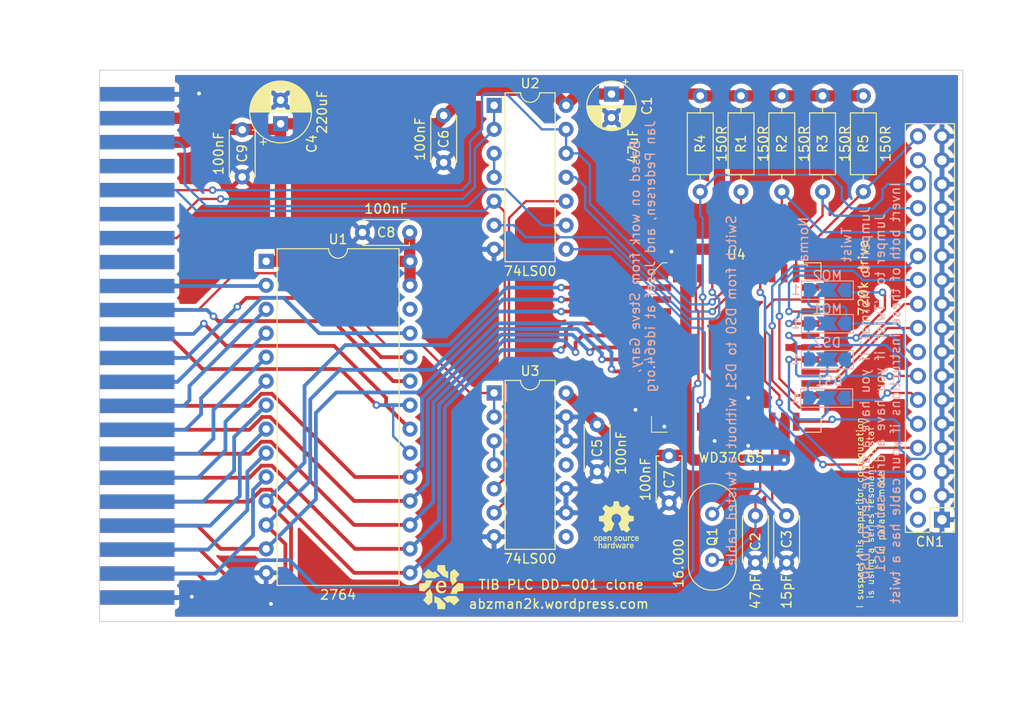
<source format=kicad_pcb>
(kicad_pcb (version 20211014) (generator pcbnew)
  (layers (0 "F.Cu" signal) (31 "B.Cu" signal) (34 "B.Paste" user) (35 "F.Paste" user) (36 "B.SilkS" user "B.Silkscreen") (37 "F.SilkS" user "F.Silkscreen") (38 "B.Mask" user) (39 "F.Mask" user) (44 "Edge.Cuts" user))
  (net 0 "")
  (net 1 "+5V")
  (net 2 "GND")
  (net 3 "Net-(C2-Pad2)")
  (net 4 "Net-(C3-Pad2)")
  (net 7 "*HDL")
  (net 8 "*IDX")
  (net 9 "Net-(CN1-Pad10)")
  (net 10 "Net-(CN1-Pad12)")
  (net 11 "Net-(CN1-Pad14)")
  (net 12 "Net-(CN1-Pad16)")
  (net 13 "*DIRC")
  (net 14 "*STEP")
  (net 15 "*WD")
  (net 16 "*WE")
  (net 17 "*TR00")
  (net 18 "*WP")
  (net 19 "*RDD")
  (net 20 "*HS")
  (net 21 "*DCHG")
  (net 23 "*FWR")
  (net 25 "IO1")
  (net 27 "IO2")
  (net 28 "ROML")
  (net 31 "D7")
  (net 32 "D6")
  (net 33 "D5")
  (net 34 "D4")
  (net 35 "D3")
  (net 36 "D2")
  (net 37 "D1")
  (net 38 "D0")
  (net 40 "~{RESET}")
  (net 42 "PHI2")
  (net 46 "A12")
  (net 47 "A11")
  (net 48 "A10")
  (net 49 "A9")
  (net 50 "A8")
  (net 51 "A7")
  (net 52 "A6")
  (net 53 "A5")
  (net 54 "A4")
  (net 55 "A3")
  (net 56 "A2")
  (net 57 "A1")
  (net 58 "A0")
  (net 59 "*MO1")
  (net 60 "*MO2")
  (net 61 "*DS1")
  (net 62 "*DS2")
  (net 64 "FRST")
  (net 65 "Net-(U2-Pad3)")
  (net 66 "Net-(U3-Pad6)")
  (net 67 "*FRD")
  (net 68 "*FCS")
  (net 70 "Net-(U3-Pad3)")
  (footprint "Resistor_THT:R_Axial_DIN0207_L6.3mm_D2.5mm_P10.16mm_Horizontal" (layer "F.Cu") (at 201.93 59.944 90)
    (fp_text reference "R2")
    (fp_text value "150R")
  )
  (footprint "Capacitor_THT:C_Disc_D4.7mm_W2.5mm_P5.00mm" (layer "F.Cu") (at 202.438 99.274 90)
    (fp_text reference "C3")
    (fp_text value "15pF")
  )
  (footprint "Capacitor_THT:C_Disc_D4.7mm_W2.5mm_P5.00mm" (layer "F.Cu") (at 189.992 87.924 -90)
    (fp_text reference "C7")
    (fp_text value "100nF")
  )
  (footprint "Evan's misc parts:Evan Logo" (layer "F.Cu") (at 165.862 101.854)
    (fp_text reference "G***" hide)
    (fp_text value "LOGO" hide)
  )
  (footprint "Evan's misc parts:C64-Cart-NoSilkS" (layer "F.Cu") (at 129.6725 47.0775 -90)
    (fp_text reference "EXP1" hide)
    (fp_text value "C64-Exp-Port" hide)
  )
  (footprint "Capacitor_THT:CP_Radial_D5.0mm_P2.50mm" (layer "F.Cu") (at 183.896 49.594888 -90)
    (fp_text reference "C1")
    (fp_text value "47uF")
  )
  (footprint "Resistor_THT:R_Axial_DIN0207_L6.3mm_D2.5mm_P10.16mm_Horizontal" (layer "F.Cu") (at 206.248 59.944 90)
    (fp_text reference "R3")
    (fp_text value "150R")
  )
  (footprint "Connector_PinHeader_2.54mm:PinHeader_2x17_P2.54mm_Vertical" (layer "F.Cu") (at 218.8925 94.7075 180)
    (fp_text reference "CN1")
    (fp_text value "FLOPPY CONNECTOR")
  )
  (footprint "Capacitor_THT:C_Disc_D4.7mm_W2.5mm_P5.00mm" (layer "F.Cu") (at 162.52 64.262 180)
    (fp_text reference "C8")
    (fp_text value "100nF")
  )
  (footprint "Capacitor_THT:CP_Radial_D6.3mm_P2.50mm" (layer "F.Cu") (at 148.844 52.744379 90)
    (fp_text reference "C4")
    (fp_text value "220uF")
  )
  (footprint "Package_DIP:DIP-28_W15.24mm" (layer "F.Cu") (at 147.315 67.32)
    (fp_text reference "U1")
    (fp_text value "2764")
  )
  (footprint "Package_DIP:DIP-14_W7.62mm" (layer "F.Cu") (at 171.46 81.275)
    (fp_text reference "U3")
    (fp_text value "74LS00")
  )
  (footprint "Capacitor_THT:C_Disc_D4.7mm_W2.5mm_P5.00mm" (layer "F.Cu") (at 199.136 99.274 90)
    (fp_text reference "C2")
    (fp_text value "47pF")
  )
  (footprint "Resistor_THT:R_Axial_DIN0207_L6.3mm_D2.5mm_P10.16mm_Horizontal" (layer "F.Cu") (at 210.566 59.944 90)
    (fp_text reference "R5")
    (fp_text value "150R")
  )
  (footprint "Capacitor_THT:C_Disc_D4.7mm_W2.5mm_P5.00mm" (layer "F.Cu") (at 182.372 84.622 -90)
    (fp_text reference "C5")
    (fp_text value "100nF")
  )
  (footprint "Crystal:Crystal_HC49-U_Vertical" (layer "F.Cu") (at 194.564 98.97 90)
    (fp_text reference "Q1")
    (fp_text value "16.000")
  )
  (footprint "Package_LCC:PLCC-44" (layer "F.Cu") (at 197.104 76.454)
    (fp_text reference "U4")
    (fp_text value "WD37C65")
  )
  (footprint "Evan's misc parts:OSHW gear" (layer "F.Cu") (at 184.404 95.25)
    (fp_text reference "G***" hide)
    (fp_text value "LOGO" hide)
  )
  (footprint "Resistor_THT:R_Axial_DIN0207_L6.3mm_D2.5mm_P10.16mm_Horizontal" (layer "F.Cu") (at 193.294 49.784 -90)
    (fp_text reference "R4")
    (fp_text value "150R")
  )
  (footprint "Capacitor_THT:C_Disc_D4.7mm_W2.5mm_P5.00mm" (layer "F.Cu") (at 144.78 53.38 -90)
    (fp_text reference "C9")
    (fp_text value "100nF")
  )
  (footprint "Resistor_THT:R_Axial_DIN0207_L6.3mm_D2.5mm_P10.16mm_Horizontal" (layer "F.Cu") (at 197.612 59.944 90)
    (fp_text reference "R1")
    (fp_text value "150R")
  )
  (footprint "Capacitor_THT:C_Disc_D4.7mm_W2.5mm_P5.00mm" (layer "F.Cu") (at 166.116 51.856 -90)
    (fp_text reference "C6")
    (fp_text value "100nF")
  )
  (footprint "Package_DIP:DIP-14_W7.62mm" (layer "F.Cu") (at 171.46 50.795)
    (fp_text reference "U2")
    (fp_text value "74LS00")
  )
  (footprint "Jumper:SolderJumper-3_P2.0mm_Open_TrianglePad1.0x1.5mm_NumberLabels" (layer "B.Cu") (at 206.756 70.358)
    (fp_text reference "J2" hide)
    (fp_text value "MO2")
  )
  (footprint "Jumper:SolderJumper-3_P2.0mm_Open_TrianglePad1.0x1.5mm_NumberLabels" (layer "B.Cu") (at 206.756 77.724)
    (fp_text reference "J4" hide)
    (fp_text value "DS2")
  )
  (footprint "Jumper:SolderJumper-3_P2.0mm_Open_TrianglePad1.0x1.5mm_NumberLabels" (layer "B.Cu") (at 206.756 73.914)
    (fp_text reference "J1" hide)
    (fp_text value "MO1")
  )
  (footprint "Jumper:SolderJumper-3_P2.0mm_Open_TrianglePad1.0x1.5mm_NumberLabels" (layer "B.Cu") (at 206.686 81.788)
    (fp_text reference "J3" hide)
    (fp_text value "DS1")
  )
  (gr_line (start 221.1025 47.0775) (end 129.6725 47.0775) (layer "Edge.Cuts") (width 0.1))
  (gr_line (start 129.6725 105.4975) (end 221.1025 105.4975) (layer "Edge.Cuts") (width 0.1))
  (gr_line (start 129.6725 47.0775) (end 129.6725 105.4975) (layer "Edge.Cuts") (width 0.1))
  (gr_line (start 221.1025 105.4975) (end 221.1025 47.0775) (layer "Edge.Cuts") (width 0.1))
  (gr_text "Twist" (at 208.788 65.532 90) (layer "B.SilkS") (effects (font (size 1 1)) (justify mirror)))
  (gr_text "Normal" (at 204.216 65.278 90) (layer "B.SilkS") (effects (font (size 1 1)) (justify mirror)))
  (gr_text "Switch from DS0 to DS1 without a twisted cable" (at 196.596 81.026 90) (layer "B.SilkS") (effects (font (size 1 1)) (justify mirror)))
  (gr_text "Jumper to 'Normal' if you have a drive set for DS0\nJumper to  'Twist' if you have a drive set to DS1\nInvert both of these instructions if your cable has a twist" (at 212.344 81.28 90) (layer "B.SilkS") (effects (font (size 1 1)) (justify mirror)))
  (gr_text "Based on work from Steve Gary,\nJan Pedersen, and Josef at ide64.org" (at 187.198 66.802 90) (layer "B.SilkS") (effects (font (size 1 1)) (justify mirror)))
  (gr_text "TIB PLC DD-001 clone" (at 178.562 101.6) (layer "F.SilkS") (effects (font (size 1 1))))
  (gr_text "abzman2k.wordpress.com" (at 178.308 103.632) (layer "F.SilkS") (effects (font (size 1 1))))
  (gr_text "I suspect this capacitor configuration\nis using a series resonant crystal\nin parallel mode" (at 211.328 93.98 90) (layer "F.SilkS") (effects (font (size 0.7 0.7) (thickness 0.1))))
  (gr_text "720k drive" (at 210.566 69.088 90) (layer "F.SilkS") (effects (font (size 1 1))))
  (segment (start 191.77 81.28) (end 191.77 83.82) (width 1.2) (layer "F.Cu") (net 1))
  (segment (start 162.52 64.262) (end 162.52 67.285) (width 1.2) (layer "F.Cu") (net 1))
  (segment (start 190.754 83.82) (end 191.77 82.804) (width 1.2) (layer "F.Cu") (net 1))
  (segment (start 191.77 70.066532) (end 191.77 81.28) (width 1.2) (layer "F.Cu") (net 1))
  (segment (start 192.532 88.392) (end 192.024 87.884) (width 1.2) (layer "F.Cu") (net 1))
  (segment (start 195.326 66.04) (end 192.024 66.04) (width 1.2) (layer "F.Cu") (net 1))
  (segment (start 202.184 88.392) (end 202.184 84.3165) (width 1.2) (layer "F.Cu") (net 1))
  (segment (start 195.326 66.04) (end 197.612 66.04) (width 1.2) (layer "F.Cu") (net 1))
  (segment (start 183.896 49.594888) (end 193.104888 49.594888) (width 1.2) (layer "F.Cu") (net 1))
  (segment (start 162.52 67.285) (end 162.555 67.32) (width 1.2) (layer "F.Cu") (net 1))
  (segment (start 192.024 85.852) (end 192.024 84.3165) (width 0.6) (layer "F.Cu") (net 1))
  (segment (start 168.990511 49.195489) (end 165.441621 52.744379) (width 1.2) (layer "F.Cu") (net 1))
  (segment (start 195.326 49.784) (end 195.326 66.04) (width 1.2) (layer "F.Cu") (net 1))
  (segment (start 195.326 49.784) (end 193.294 49.784) (width 1.2) (layer "F.Cu") (net 1))
  (segment (start 192.024 84.3165) (end 192.024 68.5915) (width 0.6) (layer "F.Cu") (net 1))
  (segment (start 165.441621 52.744379) (end 148.844 52.744379) (width 1.2) (layer "F.Cu") (net 1))
  (segment (start 140.208 53.34) (end 148.248379 53.34) (width 1.2) (layer "F.Cu") (net 1))
  (segment (start 148.844 58.166) (end 148.834 58.176) (width 1.2) (layer "F.Cu") (net 1))
  (segment (start 190.754 84.3165) (end 190.754 83.82) (width 1.2) (layer "F.Cu") (net 1))
  (segment (start 185.689 87.884) (end 192.024 87.884) (width 1.2) (layer "F.Cu") (net 1))
  (segment (start 162.555 67.32) (end 148.834 67.32) (width 1.2) (layer "F.Cu") (net 1))
  (segment (start 192.024 84.3165) (end 192.024 81.534) (width 1.2) (layer "F.Cu") (net 1))
  (segment (start 192.024 68.5915) (end 192.024 66.04) (width 0.6) (layer "F.Cu") (net 1))
  (segment (start 162.555 69.86) (end 162.555 67.32) (width 1.2) (layer "F.Cu") (net 1))
  (segment (start 148.834 67.32) (end 147.315 67.32) (width 1.2) (layer "F.Cu") (net 1))
  (segment (start 198.374 66.802) (end 197.612 66.04) (width 1.2) (layer "F.Cu") (net 1))
  (segment (start 180.280112 49.594888) (end 179.08 50.795) (width 1.2) (layer "F.Cu") (net 1))
  (segment (start 148.844 52.744379) (end 148.844 58.166) (width 1.2) (layer "F.Cu") (net 1))
  (segment (start 190.754 84.582) (end 192.024 85.852) (width 1.2) (layer "F.Cu") (net 1))
  (segment (start 133.610774 54.6975) (end 138.8505 54.6975) (width 1.2) (layer "F.Cu") (net 1))
  (segment (start 192.024 84.3165) (end 192.024 87.884) (width 1.2) (layer "F.Cu") (net 1))
  (segment (start 148.834 58.176) (end 148.834 67.32) (width 1.2) (layer "F.Cu") (net 1))
  (segment (start 138.8505 54.6975) (end 140.208 53.34) (width 1.2) (layer "F.Cu") (net 1))
  (segment (start 192.024 66.04) (end 192.024 69.812532) (width 1.2) (layer "F.Cu") (net 1))
  (segment (start 133.610774 52.1575) (end 139.0255 52.1575) (width 1.2) (layer "F.Cu") (net 1))
  (segment (start 210.566 49.784) (end 195.326 49.784) (width 1.2) (layer "F.Cu") (net 1))
  (segment (start 190.754 84.3165) (end 190.754 84.582) (width 1.2) (layer "F.Cu") (net 1))
  (segment (start 192.024 87.884) (end 192.024 85.852) (width 0.6) (layer "F.Cu") (net 1))
  (segment (start 183.896 49.594888) (end 180.280112 49.594888) (width 1.2) (layer "F.Cu") (net 1))
  (segment (start 192.024 69.812532) (end 191.77 70.066532) (width 1.2) (layer "F.Cu") (net 1))
  (segment (start 193.104888 49.594888) (end 193.294 49.784) (width 1.2) (layer "F.Cu") (net 1))
  (segment (start 198.374 68.5915) (end 198.374 66.802) (width 1.2) (layer "F.Cu") (net 1))
  (segment (start 177.480489 49.195489) (end 168.990511 49.195489) (width 1.2) (layer "F.Cu") (net 1))
  (segment (start 190.754 84.3165) (end 192.024 84.3165) (width 1.2) (layer "F.Cu") (net 1))
  (segment (start 179.08 50.795) (end 177.480489 49.195489) (width 1.2) (layer "F.Cu") (net 1))
  (segment (start 179.08 81.275) (end 185.689 87.884) (width 1.2) (layer "F.Cu") (net 1))
  (segment (start 139.0255 52.1575) (end 140.208 53.34) (width 1.2) (layer "F.Cu") (net 1))
  (segment (start 198.374 88.392) (end 192.532 88.392) (width 1.2) (layer "F.Cu") (net 1))
  (segment (start 148.248379 53.34) (end 148.844 52.744379) (width 1.2) (layer "F.Cu") (net 1))
  (segment (start 192.024 81.534) (end 191.77 81.28) (width 1.2) (layer "F.Cu") (net 1))
  (segment (start 180.679511 82.874511) (end 179.08 81.275) (width 1.2) (layer "F.Cu") (net 1))
  (via (at 202.184 88.392) (size 0.8) (drill 0.4) (layers "F.Cu" "B.Cu") (net 1))
  (via (at 198.374 88.392) (size 0.8) (drill 0.4) (layers "F.Cu" "B.Cu") (net 1))
  (segment (start 202.184 88.392) (end 198.374 88.392) (width 1.2) (layer "B.Cu") (net 1))
  (segment (start 133.610774 102.9575) (end 139.3585 102.9575) (width 0.4) (layer "F.Cu") (net 2))
  (segment (start 139.3585 102.9575) (end 139.446 102.87) (width 0.4) (layer "F.Cu") (net 2))
  (segment (start 138.3425 69.9375) (end 139.192 69.088) (width 0.25) (layer "F.Cu") (net 2))
  (segment (start 133.610774 69.9375) (end 138.3425 69.9375) (width 0.25) (layer "F.Cu") (net 2))
  (via (at 186.436 83.058) (size 0.8) (drill 0.4) (layers "F.Cu" "B.Cu") (net 2))
  (via (at 198.374 81.788) (size 0.8) (drill 0.4) (layers "F.Cu" "B.Cu") (net 2))
  (via (at 198.374 86.868) (size 0.8) (drill 0.4) (layers "F.Cu" "B.Cu") (net 2))
  (via (at 189.484 84.836) (size 0.8) (drill 0.4) (layers "F.Cu" "B.Cu") (net 2))
  (via (at 147.828 103.632) (size 0.8) (drill 0.4) (layers "F.Cu" "B.Cu") (net 2))
  (via (at 194.818 86.36) (size 0.8) (drill 0.4) (layers "F.Cu" "B.Cu") (net 2))
  (via (at 190.246 66.294) (size 0.8) (drill 0.4) (layers "F.Cu" "B.Cu") (net 2))
  (via (at 139.446 102.87) (size 0.8) (drill 0.4) (layers "F.Cu" "B.Cu") (net 2))
  (via (at 140.208 49.53) (size 0.8) (drill 0.4) (layers "F.Cu" "B.Cu") (net 2))
  (segment (start 199.644 91.694) (end 199.644 84.3165) (width 0.25) (layer "F.Cu") (net 3))
  (segment (start 199.136 94.274) (end 199.136 92.202) (width 0.25) (layer "F.Cu") (net 3))
  (segment (start 199.136 92.202) (end 199.644 91.694) (width 0.25) (layer "F.Cu") (net 3))
  (segment (start 194.564 98.97) (end 196.178 98.97) (width 0.25) (layer "B.Cu") (net 3))
  (segment (start 196.178 98.97) (end 199.136 96.012) (width 0.25) (layer "B.Cu") (net 3))
  (segment (start 199.136 96.012) (end 199.136 94.274) (width 0.25) (layer "B.Cu") (net 3))
  (segment (start 200.914 84.3165) (end 200.914 92.75) (width 0.25) (layer "F.Cu") (net 4))
  (segment (start 200.914 92.75) (end 202.438 94.274) (width 0.25) (layer "F.Cu") (net 4))
  (segment (start 199.604 91.44) (end 202.438 94.274) (width 0.25) (layer "B.Cu") (net 4))
  (segment (start 194.564 94.09) (end 197.214 91.44) (width 0.25) (layer "B.Cu") (net 4))
  (segment (start 197.214 91.44) (end 199.604 91.44) (width 0.25) (layer "B.Cu") (net 4))
  (segment (start 204.9665 71.374) (end 201.168 71.374) (width 0.25) (layer "F.Cu") (net 7))
  (segment (start 201.676 81.534) (end 201.676 82.296) (width 0.25) (layer "F.Cu") (net 7))
  (segment (start 200.152 72.39) (end 200.152 80.01) (width 0.25) (layer "F.Cu") (net 7))
  (segment (start 201.168 71.374) (end 200.152 72.39) (width 0.25) (layer "F.Cu") (net 7))
  (segment (start 200.152 80.01) (end 201.676 81.534) (width 0.25) (layer "F.Cu") (net 7))
  (via (at 201.676 82.296) (size 0.8) (drill 0.4) (layers "F.Cu" "B.Cu") (net 7))
  (segment (start 201.676 82.804) (end 208.4995 89.6275) (width 0.25) (layer "B.Cu") (net 7))
  (segment (start 209.0075 89.6275) (end 216.3525 89.6275) (width 0.25) (layer "B.Cu") (net 7))
  (segment (start 208.4995 89.6275) (end 209.0075 89.6275) (width 0.25) (layer "B.Cu") (net 7))
  (segment (start 201.676 82.296) (end 201.676 82.804) (width 0.25) (layer "B.Cu") (net 7))
  (segment (start 210.349489 88.862511) (end 212.1245 87.0875) (width 0.25) (layer "F.Cu") (net 8))
  (segment (start 199.644 68.5915) (end 199.644 66.548) (width 0.25) (layer "F.Cu") (net 8))
  (segment (start 199.644 66.548) (end 197.612 64.516) (width 0.25) (layer "F.Cu") (net 8))
  (segment (start 199.644 70.612) (end 199.644 68.5915) (width 0.25) (layer "F.Cu") (net 8))
  (segment (start 206.285489 88.862511) (end 210.349489 88.862511) (width 0.25) (layer "F.Cu") (net 8))
  (segment (start 197.612 64.516) (end 197.612 59.944) (width 0.25) (layer "F.Cu") (net 8))
  (segment (start 216.3525 87.0875) (end 212.1245 87.0875) (width 0.25) (layer "F.Cu") (net 8))
  (via (at 206.285489 88.862511) (size 0.8) (drill 0.4) (layers "F.Cu" "B.Cu") (net 8))
  (via (at 199.644 70.612) (size 0.8) (drill 0.4) (layers "F.Cu" "B.Cu") (net 8))
  (segment (start 200.152 71.12) (end 199.644 70.612) (width 0.25) (layer "B.Cu") (net 8))
  (segment (start 206.285489 88.862511) (end 200.66 83.237022) (width 0.25) (layer "B.Cu") (net 8))
  (segment (start 200.66 83.237022) (end 200.66 75.184) (width 0.25) (layer "B.Cu") (net 8))
  (segment (start 200.152 74.676) (end 200.152 71.12) (width 0.25) (layer "B.Cu") (net 8))
  (segment (start 200.66 75.184) (end 200.152 74.676) (width 0.25) (layer "B.Cu") (net 8))
  (segment (start 212.852 70.866) (end 212.598 70.612) (width 0.25) (layer "F.Cu") (net 9))
  (segment (start 209.804 75.438) (end 212.852 72.39) (width 0.25) (layer "F.Cu") (net 9))
  (segment (start 212.852 72.39) (end 212.852 70.866) (width 0.25) (layer "F.Cu") (net 9))
  (via (at 212.598 70.612) (size 0.8) (drill 0.4) (layers "F.Cu" "B.Cu") (net 9))
  (via (at 209.804 75.438) (size 0.8) (drill 0.4) (layers "F.Cu" "B.Cu") (net 9))
  (segment (start 212.598 70.612) (end 209.01 70.612) (width 0.25) (layer "B.Cu") (net 9))
  (segment (start 213.614 75.184) (end 210.566 75.184) (width 0.25) (layer "B.Cu") (net 9))
  (segment (start 215.1725 83.8545) (end 215.1725 77.7585) (width 0.25) (layer "B.Cu") (net 9))
  (segment (start 204.978 75.438) (end 204.756 75.216) (width 0.25) (layer "B.Cu") (net 9))
  (segment (start 215.1725 77.7585) (end 214.376 76.962) (width 0.25) (layer "B.Cu") (net 9))
  (segment (start 209.804 75.438) (end 204.978 75.438) (width 0.25) (layer "B.Cu") (net 9))
  (segment (start 209.01 70.612) (end 208.756 70.358) (width 0.25) (layer "B.Cu") (net 9))
  (segment (start 204.756 75.216) (end 204.756 73.914) (width 0.25) (layer "B.Cu") (net 9))
  (segment (start 214.376 75.946) (end 213.614 75.184) (width 0.25) (layer "B.Cu") (net 9))
  (segment (start 210.566 75.184) (end 210.312 75.438) (width 0.25) (layer "B.Cu") (net 9))
  (segment (start 214.376 76.962) (end 214.376 75.946) (width 0.25) (layer "B.Cu") (net 9))
  (segment (start 210.312 75.438) (end 209.804 75.438) (width 0.25) (layer "B.Cu") (net 9))
  (segment (start 216.3525 84.5475) (end 215.8655 84.5475) (width 0.25) (layer "B.Cu") (net 9))
  (segment (start 215.8655 84.5475) (end 215.1725 83.8545) (width 0.25) (layer "B.Cu") (net 9))
  (segment (start 213.106 81.28) (end 215.625 81.28) (width 0.25) (layer "F.Cu") (net 10))
  (segment (start 215.625 81.28) (end 216.3525 82.0075) (width 0.25) (layer "F.Cu") (net 10))
  (via (at 213.106 81.28) (size 0.8) (drill 0.4) (layers "F.Cu" "B.Cu") (net 10))
  (segment (start 214.376 80.01) (end 213.106 81.28) (width 0.25) (layer "B.Cu") (net 10))
  (segment (start 208.9055 82.0075) (end 208.686 81.788) (width 0.25) (layer "B.Cu") (net 10))
  (segment (start 214.376 77.597718) (end 214.376 80.01) (width 0.25) (layer "B.Cu") (net 10))
  (segment (start 212.978283 76.2) (end 214.376 77.597718) (width 0.25) (layer "B.Cu") (net 10))
  (segment (start 205.042 76.2) (end 212.978283 76.2) (width 0.25) (layer "B.Cu") (net 10))
  (segment (start 204.756 77.724) (end 204.756 76.486) (width 0.25) (layer "B.Cu") (net 10))
  (segment (start 212.3785 82.0075) (end 212.1245 82.0075) (width 0.25) (layer "B.Cu") (net 10))
  (segment (start 212.1245 82.0075) (end 208.9055 82.0075) (width 0.25) (layer "B.Cu") (net 10))
  (segment (start 213.106 81.28) (end 212.3785 82.0075) (width 0.25) (layer "B.Cu") (net 10))
  (segment (start 204.756 76.486) (end 205.042 76.2) (width 0.25) (layer "B.Cu") (net 10))
  (segment (start 213.614 79.502) (end 213.36 79.502) (width 0.25) (layer "F.Cu") (net 11))
  (segment (start 213.6485 79.4675) (end 213.614 79.502) (width 0.25) (layer "F.Cu") (net 11))
  (segment (start 213.6485 79.4675) (end 216.3525 79.4675) (width 0.25) (layer "F.Cu") (net 11))
  (via (at 213.36 79.502) (size 0.8) (drill 0.4) (layers "F.Cu" "B.Cu") (net 11))
  (segment (start 204.978 80.01) (end 204.686 80.302) (width 0.25) (layer "B.Cu") (net 11))
  (segment (start 213.328 79.47) (end 208.756 79.47) (width 0.25) (layer "B.Cu") (net 11))
  (segment (start 208.216 80.01) (end 204.978 80.01) (width 0.25) (layer "B.Cu") (net 11))
  (segment (start 208.756 77.724) (end 208.756 79.47) (width 0.25) (layer "B.Cu") (net 11))
  (segment (start 213.36 79.502) (end 213.328 79.47) (width 0.25) (layer "B.Cu") (net 11))
  (segment (start 208.756 79.47) (end 208.216 80.01) (width 0.25) (layer "B.Cu") (net 11))
  (segment (start 204.686 80.302) (end 204.686 81.788) (width 0.25) (layer "B.Cu") (net 11))
  (segment (start 214.884 74.676) (end 214.884 76.385) (width 0.25) (layer "B.Cu") (net 12))
  (segment (start 205.042 72.136) (end 208.534 72.136) (width 0.25) (layer "B.Cu") (net 12))
  (segment (start 208.756 72.358) (end 208.756 73.914) (width 0.25) (layer "B.Cu") (net 12))
  (segment (start 214.884 76.385) (end 215.4265 76.9275) (width 0.25) (layer "B.Cu") (net 12))
  (segment (start 214.122 73.914) (end 214.884 74.676) (width 0.25) (layer "B.Cu") (net 12))
  (segment (start 208.756 73.914) (end 214.122 73.914) (width 0.25) (layer "B.Cu") (net 12))
  (segment (start 204.756 70.358) (end 204.756 71.85) (width 0.25) (layer "B.Cu") (net 12))
  (segment (start 215.4265 76.9275) (end 216.3525 76.9275) (width 0.25) (layer "B.Cu") (net 12))
  (segment (start 208.534 72.136) (end 208.756 72.358) (width 0.25) (layer "B.Cu") (net 12))
  (segment (start 204.756 71.85) (end 205.042 72.136) (width 0.25) (layer "B.Cu") (net 12))
  (segment (start 213.1405 74.3875) (end 216.3525 74.3875) (width 0.25) (layer "F.Cu") (net 13))
  (segment (start 204.9665 80.264) (end 207.264 80.264) (width 0.25) (layer "F.Cu") (net 13))
  (segment (start 207.264 80.264) (end 213.1405 74.3875) (width 0.25) (layer "F.Cu") (net 13))
  (segment (start 214.9185 71.8475) (end 216.3525 71.8475) (width 0.25) (layer "F.Cu") (net 14))
  (segment (start 207.780614 78.994) (end 211.582 75.192614) (width 0.25) (layer "F.Cu") (net 14))
  (segment (start 204.9665 78.994) (end 207.780614 78.994) (width 0.25) (layer "F.Cu") (net 14))
  (segment (start 211.582 75.192614) (end 211.582 75.184) (width 0.25) (layer "F.Cu") (net 14))
  (segment (start 211.582 75.184) (end 214.9185 71.8475) (width 0.25) (layer "F.Cu") (net 14))
  (segment (start 201.676 79.756) (end 201.676 73.152) (width 0.25) (layer "F.Cu") (net 15))
  (segment (start 204.9665 81.534) (end 203.454 81.534) (width 0.25) (layer "F.Cu") (net 15))
  (segment (start 203.454 81.534) (end 201.676 79.756) (width 0.25) (layer "F.Cu") (net 15))
  (via (at 201.676 73.152) (size 0.8) (drill 0.4) (layers "F.Cu" "B.Cu") (net 15))
  (segment (start 209.55 68.326) (end 203.2 68.326) (width 0.25) (layer "B.Cu") (net 15))
  (segment (start 203.2 68.326) (end 201.676 69.85) (width 0.25) (layer "B.Cu") (net 15))
  (segment (start 210.5315 69.3075) (end 209.55 68.326) (width 0.25) (layer "B.Cu") (net 15))
  (segment (start 201.676 69.85) (end 201.676 73.152) (width 0.25) (layer "B.Cu") (net 15))
  (segment (start 216.3525 69.3075) (end 210.5315 69.3075) (width 0.25) (layer "B.Cu") (net 15))
  (segment (start 203.754 82.804) (end 200.914 79.964) (width 0.25) (layer "F.Cu") (net 16))
  (segment (start 200.914 79.964) (end 200.914 74.168) (width 0.25) (layer "F.Cu") (net 16))
  (segment (start 204.9665 82.804) (end 203.754 82.804) (width 0.25) (layer "F.Cu") (net 16))
  (via (at 200.914 74.168) (size 0.8) (drill 0.4) (layers "F.Cu" "B.Cu") (net 16))
  (segment (start 215.24352 67.87648) (end 216.3525 66.7675) (width 0.25) (layer "B.Cu") (net 16))
  (segment (start 200.914 69.976283) (end 203.013803 67.87648) (width 0.25) (layer "B.Cu") (net 16))
  (segment (start 200.914 74.168) (end 200.914 69.976283) (width 0.25) (layer "B.Cu") (net 16))
  (segment (start 203.013803 67.87648) (end 215.24352 67.87648) (width 0.25) (layer "B.Cu") (net 16))
  (segment (start 200.914 68.5915) (end 200.914 66.294) (width 0.25) (layer "F.Cu") (net 17))
  (segment (start 200.914 66.294) (end 201.93 65.278) (width 0.25) (layer "F.Cu") (net 17))
  (segment (start 201.93 65.278) (end 201.93 59.944) (width 0.25) (layer "F.Cu") (net 17))
  (segment (start 201.93 59.944) (end 206.2135 64.2275) (width 0.25) (layer "B.Cu") (net 17))
  (segment (start 206.2135 64.2275) (end 216.3525 64.2275) (width 0.25) (layer "B.Cu") (net 17))
  (segment (start 206.248 62.484) (end 206.248 59.944) (width 0.25) (layer "F.Cu") (net 18))
  (segment (start 202.184 68.5915) (end 202.184 66.548) (width 0.25) (layer "F.Cu") (net 18))
  (segment (start 202.184 66.548) (end 206.248 62.484) (width 0.25) (layer "F.Cu") (net 18))
  (segment (start 212.598 62.484) (end 213.3945 61.6875) (width 0.25) (layer "B.Cu") (net 18))
  (segment (start 206.248 59.944) (end 206.248 61.214) (width 0.25) (layer "B.Cu") (net 18))
  (segment (start 213.3945 61.6875) (end 216.3525 61.6875) (width 0.25) (layer "B.Cu") (net 18))
  (segment (start 206.248 61.214) (end 207.518 62.484) (width 0.25) (layer "B.Cu") (net 18))
  (segment (start 207.518 62.484) (end 212.598 62.484) (width 0.25) (layer "B.Cu") (net 18))
  (segment (start 194.564 80.01) (end 193.548 78.994) (width 0.25) (layer "F.Cu") (net 19))
  (segment (start 194.564 84.3165) (end 194.564 80.01) (width 0.25) (layer "F.Cu") (net 19))
  (segment (start 193.548 78.994) (end 193.548 71.12) (width 0.25) (layer "F.Cu") (net 19))
  (via (at 193.548 71.12) (size 0.8) (drill 0.4) (layers "F.Cu" "B.Cu") (net 19))
  (segment (start 193.294 62.484) (end 193.294 59.944) (width 0.25) (layer "B.Cu") (net 19))
  (segment (start 206.973022 58.166) (end 208.28 59.472978) (width 0.25) (layer "B.Cu") (net 19))
  (segment (start 193.548 62.738) (end 193.294 62.484) (width 0.25) (layer "B.Cu") (net 19))
  (segment (start 212.598 60.706) (end 212.598 59.69) (width 0.25) (layer "B.Cu") (net 19))
  (segment (start 209.296 61.722) (end 211.582 61.722) (width 0.25) (layer "B.Cu") (net 19))
  (segment (start 208.28 59.472978) (end 208.28 60.706) (width 0.25) (layer "B.Cu") (net 19))
  (segment (start 213.1405 59.1475) (end 216.3525 59.1475) (width 0.25) (layer "B.Cu") (net 19))
  (segment (start 208.28 60.706) (end 209.296 61.722) (width 0.25) (layer "B.Cu") (net 19))
  (segment (start 195.072 58.166) (end 206.973022 58.166) (width 0.25) (layer "B.Cu") (net 19))
  (segment (start 211.582 61.722) (end 212.598 60.706) (width 0.25) (layer "B.Cu") (net 19))
  (segment (start 193.548 71.12) (end 193.548 62.738) (width 0.25) (layer "B.Cu") (net 19))
  (segment (start 212.598 59.69) (end 213.1405 59.1475) (width 0.25) (layer "B.Cu") (net 19))
  (segment (start 193.294 59.944) (end 195.072 58.166) (width 0.25) (layer "B.Cu") (net 19))
  (segment (start 207.264 84.074) (end 207.0215 84.3165) (width 0.25) (layer "F.Cu") (net 20))
  (segment (start 207.0215 84.3165) (end 203.454 84.3165) (width 0.25) (layer "F.Cu") (net 20))
  (via (at 207.264 84.074) (size 0.8) (drill 0.4) (layers "F.Cu" "B.Cu") (net 20))
  (segment (start 217.678 87.613988) (end 217.678 57.933) (width 0.25) (layer "B.Cu") (net 20))
  (segment (start 215.516011 88.262011) (end 214.376 87.122) (width 0.25) (layer "B.Cu") (net 20))
  (segment (start 215.775989 88.262011) (end 215.516011 88.262011) (width 0.25) (layer "B.Cu") (net 20))
  (segment (start 214.376 84.582) (end 213.868 84.074) (width 0.25) (layer "B.Cu") (net 20))
  (segment (start 217.029977 88.262011) (end 217.678 87.613988) (width 0.25) (layer "B.Cu") (net 20))
  (segment (start 213.868 84.074) (end 207.264 84.074) (width 0.25) (layer "B.Cu") (net 20))
  (segment (start 214.376 87.122) (end 214.376 84.582) (width 0.25) (layer "B.Cu") (net 20))
  (segment (start 217.678 57.933) (end 216.3525 56.6075) (width 0.25) (layer "B.Cu") (net 20))
  (segment (start 215.775989 88.262011) (end 217.029977 88.262011) (width 0.25) (layer "B.Cu") (net 20))
  (segment (start 203.454 67.056) (end 210.566 59.944) (width 0.25) (layer "F.Cu") (net 21))
  (segment (start 203.454 68.5915) (end 203.454 67.056) (width 0.25) (layer "F.Cu") (net 21))
  (segment (start 210.566 59.944) (end 216.3525 54.1575) (width 0.25) (layer "B.Cu") (net 21))
  (segment (start 216.3525 54.1575) (end 216.3525 54.0675) (width 0.25) (layer "B.Cu") (net 21))
  (segment (start 133.610774 59.7775) (end 141.6445 59.7775) (width 0.25) (layer "F.Cu") (net 23))
  (segment (start 194.564 71.636614) (end 194.564 71.882) (width 0.25) (layer "F.Cu") (net 23))
  (segment (start 195.834 68.5915) (end 195.834 70.366614) (width 0.25) (layer "F.Cu") (net 23))
  (segment (start 195.834 70.366614) (end 194.568307 71.632307) (width 0.25) (layer "F.Cu") (net 23))
  (segment (start 194.568307 71.632307) (end 194.564 71.636614) (width 0.25) (layer "F.Cu") (net 23))
  (via (at 194.564 71.632307) (size 0.8) (drill 0.4) (layers "F.Cu" "B.Cu") (net 23))
  (via (at 141.6445 59.7775) (size 0.8) (drill 0.4) (layers "F.Cu" "B.Cu") (net 23))
  (segment (start 170.475978 49.53) (end 172.72 49.53) (width 0.25) (layer "B.Cu") (net 23))
  (segment (start 192.278 71.882) (end 181.61 61.214) (width 0.25) (layer "B.Cu") (net 23))
  (segment (start 180.345 55.875) (end 179.08 55.875) (width 0.25) (layer "B.Cu") (net 23))
  (segment (start 168.91 58.928) (end 168.91 54.61) (width 0.25) (layer "B.Cu") (net 23))
  (segment (start 168.0605 59.7775) (end 168.91 58.928) (width 0.25) (layer "B.Cu") (net 23))
  (segment (start 176.525 53.335) (end 179.08 53.335) (width 0.25) (layer "B.Cu") (net 23))
  (segment (start 168.91 54.61) (end 170.18 53.34) (width 0.25) (layer "B.Cu") (net 23))
  (segment (start 170.18 53.34) (end 170.18 49.825978) (width 0.25) (layer "B.Cu") (net 23))
  (segment (start 194.305693 71.632307) (end 194.056 71.882) (width 0.25) (layer "B.Cu") (net 23))
  (segment (start 181.61 57.14) (end 180.345 55.875) (width 0.25) (layer "B.Cu") (net 23))
  (segment (start 179.08 55.875) (end 179.08 53.335) (width 0.25) (layer "B.Cu") (net 23))
  (segment (start 194.568307 71.632307) (end 194.305693 71.632307) (width 0.25) (layer "B.Cu") (net 23))
  (segment (start 168.0605 59.7775) (end 141.6445 59.7775) (width 0.25) (layer "B.Cu") (net 23))
  (segment (start 194.056 71.882) (end 192.278 71.882) (width 0.25) (layer "B.Cu") (net 23))
  (segment (start 172.72 49.53) (end 176.525 53.335) (width 0.25) (layer "B.Cu") (net 23))
  (segment (start 181.61 61.214) (end 181.61 57.14) (width 0.25) (layer "B.Cu") (net 23))
  (segment (start 170.18 49.825978) (end 170.475978 49.53) (width 0.25) (layer "B.Cu") (net 23))
  (segment (start 140.208 60.706) (end 138.684 62.23) (width 0.25) (layer "F.Cu") (net 25))
  (segment (start 137.8345 64.8575) (end 133.610774 64.8575) (width 0.25) (layer "F.Cu") (net 25))
  (segment (start 138.684 62.23) (end 138.684 64.008) (width 0.25) (layer "F.Cu") (net 25))
  (segment (start 142.494 60.706) (end 140.208 60.706) (width 0.25) (layer "F.Cu") (net 25))
  (segment (start 138.684 64.008) (end 137.8345 64.8575) (width 0.25) (layer "F.Cu") (net 25))
  (via (at 142.494 60.706) (size 0.8) (drill 0.4) (layers "F.Cu" "B.Cu") (net 25))
  (segment (start 169.418 55.377) (end 171.46 53.335) (width 0.25) (layer "B.Cu") (net 25))
  (segment (start 171.46 50.795) (end 171.46 53.335) (width 0.25) (layer "B.Cu") (net 25))
  (segment (start 142.494 60.706) (end 168.156614 60.706) (width 0.25) (layer "B.Cu") (net 25))
  (segment (start 168.156614 60.706) (end 169.418 59.444614) (width 0.25) (layer "B.Cu") (net 25))
  (segment (start 169.418 59.444614) (end 169.418 55.377) (width 0.25) (layer "B.Cu") (net 25))
  (segment (start 160.02 76.2) (end 163.83 76.2) (width 0.25) (layer "F.Cu") (net 27))
  (segment (start 144.018 68.58) (end 152.4 68.58) (width 0.25) (layer "F.Cu") (net 27))
  (segment (start 140.1205 72.4775) (end 144.018 68.58) (width 0.25) (layer "F.Cu") (net 27))
  (segment (start 152.4 68.58) (end 160.02 76.2) (width 0.25) (layer "F.Cu") (net 27))
  (segment (start 133.610774 72.4775) (end 140.1205 72.4775) (width 0.25) (layer "F.Cu") (net 27))
  (segment (start 163.83 76.2) (end 168.905 81.275) (width 0.25) (layer "F.Cu") (net 27))
  (segment (start 168.905 81.275) (end 171.46 81.275) (width 0.25) (layer "F.Cu") (net 27))
  (segment (start 171.46 81.275) (end 171.46 83.815) (width 0.25) (layer "B.Cu") (net 27))
  (segment (start 158.994 82.56) (end 155.174 78.74) (width 0.4) (layer "F.Cu") (net 28))
  (segment (start 140.571274 78.74) (end 151.384 78.74) (width 0.4) (layer "F.Cu") (net 28))
  (segment (start 155.174 78.74) (end 151.384 78.74) (width 0.4) (layer "F.Cu") (net 28))
  (segment (start 151.384 78.74) (end 152.4 78.74) (width 0.4) (layer "F.Cu") (net 28))
  (segment (start 133.610774 75.0175) (end 136.848774 75.0175) (width 0.4) (layer "F.Cu") (net 28))
  (segment (start 136.848774 75.0175) (end 140.571274 78.74) (width 0.4) (layer "F.Cu") (net 28))
  (via (at 158.994 82.56) (size 0.8) (drill 0.4) (layers "F.Cu" "B.Cu") (net 28))
  (segment (start 158.994 82.56) (end 160.772 82.56) (width 0.4) (layer "B.Cu") (net 28))
  (segment (start 160.772 82.56) (end 162.555 82.56) (width 0.4) (layer "B.Cu") (net 28))
  (segment (start 160.772 85.857) (end 160.772 82.56) (width 0.25) (layer "B.Cu") (net 28))
  (segment (start 162.555 87.64) (end 160.772 85.857) (width 0.25) (layer "B.Cu") (net 28))
  (segment (start 145.541134 82.6375) (end 133.610774 82.6375) (width 0.4) (layer "F.Cu") (net 31))
  (segment (start 162.555 90.18) (end 156.728 90.18) (width 0.4) (layer "F.Cu") (net 31))
  (segment (start 184.15 78.994) (end 189.2415 78.994) (width 0.4) (layer "F.Cu") (net 31))
  (segment (start 183.896 78.74) (end 184.15 78.994) (width 0.4) (layer "F.Cu") (net 31))
  (segment (start 156.728 90.18) (end 147.908489 81.360489) (width 0.4) (layer "F.Cu") (net 31))
  (segment (start 147.908489 81.360489) (end 146.818145 81.360489) (width 0.4) (layer "F.Cu") (net 31))
  (segment (start 146.818145 81.360489) (end 145.541134 82.6375) (width 0.4) (layer "F.Cu") (net 31))
  (via (at 183.896 78.74) (size 0.8) (drill 0.4) (layers "F.Cu" "B.Cu") (net 31))
  (segment (start 163.83 81.788) (end 171.724561 73.89344) (width 0.4) (layer "B.Cu") (net 31))
  (segment (start 171.724561 73.89344) (end 180.82744 73.89344) (width 0.4) (layer "B.Cu") (net 31))
  (segment (start 163.83 88.905) (end 163.83 81.788) (width 0.4) (layer "B.Cu") (net 31))
  (segment (start 183.896 76.962) (end 183.896 78.74) (width 0.4) (layer "B.Cu") (net 31))
  (segment (start 162.555 90.18) (end 163.83 88.905) (width 0.4) (layer "B.Cu") (net 31))
  (segment (start 180.82744 73.89344) (end 183.896 76.962) (width 0.4) (layer "B.Cu") (net 31))
  (segment (start 145.541134 85.1775) (end 133.610774 85.1775) (width 0.4) (layer "F.Cu") (net 32))
  (segment (start 147.731366 83.82) (end 146.898634 83.82) (width 0.4) (layer "F.Cu") (net 32))
  (segment (start 162.555 92.72) (end 156.631366 92.72) (width 0.4) (layer "F.Cu") (net 32))
  (segment (start 146.898634 83.82) (end 145.541134 85.1775) (width 0.4) (layer "F.Cu") (net 32))
  (segment (start 182.88 77.724) (end 189.2415 77.724) (width 0.4) (layer "F.Cu") (net 32))
  (segment (start 156.631366 92.72) (end 147.731366 83.82) (width 0.4) (layer "F.Cu") (net 32))
  (via (at 182.88 77.724) (size 0.8) (drill 0.4) (layers "F.Cu" "B.Cu") (net 32))
  (segment (start 180.27164 74.49296) (end 182.88 77.10132) (width 0.4) (layer "B.Cu") (net 32))
  (segment (start 164.42952 90.84548) (end 164.42952 82.03633) (width 0.4) (layer "B.Cu") (net 32))
  (segment (start 164.42952 82.03633) (end 171.97289 74.49296) (width 0.4) (layer "B.Cu") (net 32))
  (segment (start 162.555 92.72) (end 164.42952 90.84548) (width 0.4) (layer "B.Cu") (net 32))
  (segment (start 171.97289 74.49296) (end 180.27164 74.49296) (width 0.4) (layer "B.Cu") (net 32))
  (segment (start 182.88 77.10132) (end 182.88 77.724) (width 0.4) (layer "B.Cu") (net 32))
  (segment (start 145.541134 87.7175) (end 146.818145 86.440489) (width 0.4) (layer "F.Cu") (net 33))
  (segment (start 147.811855 86.440489) (end 156.631366 95.26) (width 0.4) (layer "F.Cu") (net 33))
  (segment (start 146.818145 86.440489) (end 147.811855 86.440489) (width 0.4) (layer "F.Cu") (net 33))
  (segment (start 133.610774 87.7175) (end 145.541134 87.7175) (width 0.4) (layer "F.Cu") (net 33))
  (segment (start 156.631366 95.26) (end 162.555 95.26) (width 0.4) (layer "F.Cu") (net 33))
  (segment (start 182.118 76.454) (end 189.2415 76.454) (width 0.4) (layer "F.Cu") (net 33))
  (segment (start 181.61 76.962) (end 182.118 76.454) (width 0.4) (layer "F.Cu") (net 33))
  (via (at 181.61 76.962) (size 0.8) (drill 0.4) (layers "F.Cu" "B.Cu") (net 33))
  (segment (start 162.555 95.26) (end 165.02904 92.78596) (width 0.4) (layer "B.Cu") (net 33))
  (segment (start 179.74048 75.09248) (end 181.61 76.962) (width 0.4) (layer "B.Cu") (net 33))
  (segment (start 165.02904 92.78596) (end 165.02904 82.28466) (width 0.4) (layer "B.Cu") (net 33))
  (segment (start 172.221221 75.09248) (end 179.74048 75.09248) (width 0.4) (layer "B.Cu") (net 33))
  (segment (start 165.02904 82.28466) (end 172.221221 75.09248) (width 0.4) (layer "B.Cu") (net 33))
  (segment (start 146.818145 88.980489) (end 147.908489 88.980489) (width 0.4) (layer "F.Cu") (net 34))
  (segment (start 180.848 75.184) (end 189.2415 75.184) (width 0.4) (layer "F.Cu") (net 34))
  (segment (start 133.610774 90.2575) (end 145.541134 90.2575) (width 0.4) (layer "F.Cu") (net 34))
  (segment (start 180.086 76.962) (end 180.086 75.946) (width 0.4) (layer "F.Cu") (net 34))
  (segment (start 156.728 97.8) (end 162.555 97.8) (width 0.4) (layer "F.Cu") (net 34))
  (segment (start 180.848 75.184) (end 180.086 75.946) (width 0.4) (layer "F.Cu") (net 34))
  (segment (start 147.908489 88.980489) (end 156.728 97.8) (width 0.4) (layer "F.Cu") (net 34))
  (segment (start 145.541134 90.2575) (end 146.818145 88.980489) (width 0.4) (layer "F.Cu") (net 34))
  (via (at 180.086 76.962) (size 0.8) (drill 0.4) (layers "F.Cu" "B.Cu") (net 34))
  (segment (start 165.62856 94.72644) (end 165.62856 82.53299) (width 0.4) (layer "B.Cu") (net 34))
  (segment (start 162.555 97.8) (end 165.62856 94.72644) (width 0.4) (layer "B.Cu") (net 34))
  (segment (start 178.816 75.692) (end 180.086 76.962) (width 0.4) (layer "B.Cu") (net 34))
  (segment (start 172.46955 75.692) (end 178.816 75.692) (width 0.4) (layer "B.Cu") (net 34))
  (segment (start 165.62856 82.53299) (end 172.46955 75.692) (width 0.4) (layer "B.Cu") (net 34))
  (segment (start 147.811855 91.520489) (end 156.631366 100.34) (width 0.4) (layer "F.Cu") (net 35))
  (segment (start 146.818145 91.520489) (end 147.811855 91.520489) (width 0.4) (layer "F.Cu") (net 35))
  (segment (start 156.631366 100.34) (end 162.555 100.34) (width 0.4) (layer "F.Cu") (net 35))
  (segment (start 133.610774 92.7975) (end 145.541134 92.7975) (width 0.4) (layer "F.Cu") (net 35))
  (segment (start 179.07 74.676) (end 179.832 73.914) (width 0.4) (layer "F.Cu") (net 35))
  (segment (start 179.832 73.914) (end 189.2415 73.914) (width 0.4) (layer "F.Cu") (net 35))
  (segment (start 179.07 76.2) (end 179.07 74.676) (width 0.4) (layer "F.Cu") (net 35))
  (segment (start 178.54144 76.72856) (end 179.07 76.2) (width 0.4) (layer "F.Cu") (net 35))
  (segment (start 145.541134 92.7975) (end 146.818145 91.520489) (width 0.4) (layer "F.Cu") (net 35))
  (via (at 178.54144 76.72856) (size 0.8) (drill 0.4) (layers "F.Cu" "B.Cu") (net 35))
  (segment (start 162.555 100.34) (end 166.22808 96.66692) (width 0.4) (layer "B.Cu") (net 35))
  (segment (start 166.22808 96.66692) (end 166.22808 82.78132) (width 0.4) (layer "B.Cu") (net 35))
  (segment (start 166.22808 82.78132) (end 172.28084 76.72856) (width 0.4) (layer "B.Cu") (net 35))
  (segment (start 172.28084 76.72856) (end 178.54144 76.72856) (width 0.4) (layer "B.Cu") (net 35))
  (segment (start 133.610774 95.3375) (end 140.0415 95.3375) (width 0.4) (layer "F.Cu") (net 36))
  (segment (start 142.504 97.8) (end 147.315 97.8) (width 0.4) (layer "F.Cu") (net 36))
  (segment (start 140.0415 95.3375) (end 142.504 97.8) (width 0.4) (layer "F.Cu") (net 36))
  (segment (start 178.562 72.644) (end 189.2415 72.644) (width 0.4) (layer "F.Cu") (net 36))
  (via (at 178.562 72.644) (size 0.8) (drill 0.4) (layers "F.Cu" "B.Cu") (net 36))
  (segment (start 171.958 72.644) (end 163.382489 81.219511) (width 0.4) (layer "B.Cu") (net 36))
  (segment (start 154.746489 81.219511) (end 152.58304 83.38296) (width 0.4) (layer "B.Cu") (net 36))
  (segment (start 152.58304 83.38296) (end 152.58304 92.53196) (width 0.4) (layer "B.Cu") (net 36))
  (segment (start 178.562 72.644) (end 171.958 72.644) (width 0.4) (layer "B.Cu") (net 36))
  (segment (start 163.382489 81.219511) (end 154.746489 81.219511) (width 0.4) (layer "B.Cu") (net 36))
  (segment (start 152.58304 92.53196) (end 147.315 97.8) (width 0.4) (layer "B.Cu") (net 36))
  (segment (start 178.562 71.374) (end 189.2415 71.374) (width 0.4) (layer "F.Cu") (net 37))
  (segment (start 147.955 101.727) (end 144.145 101.727) (width 0.4) (layer "F.Cu") (net 37))
  (segment (start 144.145 101.727) (end 140.2955 97.8775) (width 0.4) (layer "F.Cu") (net 37))
  (segment (start 140.2955 97.8775) (end 133.610774 97.8775) (width 0.4) (layer "F.Cu") (net 37))
  (segment (start 147.315 95.26) (end 149.352 97.297) (width 0.4) (layer "F.Cu") (net 37))
  (segment (start 149.352 100.33) (end 147.955 101.727) (width 0.4) (layer "F.Cu") (net 37))
  (segment (start 149.352 97.297) (end 149.352 100.33) (width 0.4) (layer "F.Cu") (net 37))
  (via (at 178.562 71.374) (size 0.8) (drill 0.4) (layers "F.Cu" "B.Cu") (net 37))
  (segment (start 151.98352 90.59148) (end 147.315 95.26) (width 0.4) (layer "B.Cu") (net 37))
  (segment (start 164.933661 78.820489) (end 155.113511 78.820489) (width 0.4) (layer "B.Cu") (net 37))
  (segment (start 172.380151 71.374) (end 164.933661 78.820489) (width 0.4) (layer "B.Cu") (net 37))
  (segment (start 155.113511 78.820489) (end 151.98352 81.95048) (width 0.4) (layer "B.Cu") (net 37))
  (segment (start 178.562 71.374) (end 172.380151 71.374) (width 0.4) (layer "B.Cu") (net 37))
  (segment (start 151.98352 81.95048) (end 151.98352 90.59148) (width 0.4) (layer "B.Cu") (net 37))
  (segment (start 149.95152 95.35652) (end 149.95152 101.25448) (width 0.4) (layer "F.Cu") (net 38))
  (segment (start 141.95052 102.32652) (end 140.0415 100.4175) (width 0.4) (layer "F.Cu") (net 38))
  (segment (start 178.562 70.104) (end 189.2415 70.104) (width 0.4) (layer "F.Cu") (net 38))
  (segment (start 149.95152 101.25448) (end 148.87948 102.32652) (width 0.4) (layer "F.Cu") (net 38))
  (segment (start 140.0415 100.4175) (end 133.610774 100.4175) (width 0.4) (layer "F.Cu") (net 38))
  (segment (start 147.315 92.72) (end 149.95152 95.35652) (width 0.4) (layer "F.Cu") (net 38))
  (segment (start 148.87948 102.32652) (end 141.95052 102.32652) (width 0.4) (layer "F.Cu") (net 38))
  (via (at 178.562 70.104) (size 0.8) (drill 0.4) (layers "F.Cu" "B.Cu") (net 38))
  (segment (start 166.7063 76.2) (end 172.802302 70.104) (width 0.4) (layer "B.Cu") (net 38))
  (segment (start 147.315 92.72) (end 151.384 88.651) (width 0.4) (layer "B.Cu") (net 38))
  (segment (start 151.384 88.651) (end 151.384 80.518) (width 0.4) (layer "B.Cu") (net 38))
  (segment (start 172.802302 70.104) (end 178.562 70.104) (width 0.4) (layer "B.Cu") (net 38))
  (segment (start 155.702 76.2) (end 166.7063 76.2) (width 0.4) (layer "B.Cu") (net 38))
  (segment (start 151.384 80.518) (end 155.702 76.2) (width 0.4) (layer "B.Cu") (net 38))
  (segment (start 170.942 59.69) (end 170.434 59.69) (width 0.25) (layer "B.Cu") (net 40))
  (segment (start 138.684 59.182) (end 138.684 55.372) (width 0.25) (layer "B.Cu") (net 40))
  (segment (start 176.535 63.495) (end 179.08 63.495) (width 0.25) (layer "B.Cu") (net 40))
  (segment (start 138.684 55.372) (end 138.0095 54.6975) (width 0.25) (layer "B.Cu") (net 40))
  (segment (start 168.656 61.468) (end 140.97 61.468) (width 0.25) (layer "B.Cu") (net 40))
  (segment (start 138.0095 54.6975) (end 133.610774 54.6975) (width 0.25) (layer "B.Cu") (net 40))
  (segment (start 170.434 59.69) (end 168.656 61.468) (width 0.25) (layer "B.Cu") (net 40))
  (segment (start 170.942 59.69) (end 172.73 59.69) (width 0.25) (layer "B.Cu") (net 40))
  (segment (start 140.97 61.468) (end 138.684 59.182) (width 0.25) (layer "B.Cu") (net 40))
  (segment (start 172.73 59.69) (end 176.535 63.495) (width 0.25) (layer "B.Cu") (net 40))
  (segment (start 171.7853 59.69) (end 170.942 59.69) (width 0.25) (layer "B.Cu") (net 40))
  (segment (start 172.584511 90.310489) (end 171.46 91.435) (width 0.25) (layer "F.Cu") (net 42))
  (segment (start 172.584511 62.079511) (end 172.584511 90.310489) (width 0.25) (layer "F.Cu") (net 42))
  (segment (start 171.46 60.955) (end 172.584511 62.079511) (width 0.25) (layer "F.Cu") (net 42))
  (segment (start 133.610774 59.7775) (end 137.7555 59.7775) (width 0.25) (layer "B.Cu") (net 42))
  (segment (start 170.4365 61.9785) (end 171.46 60.955) (width 0.25) (layer "B.Cu") (net 42))
  (segment (start 137.7555 59.7775) (end 139.9565 61.9785) (width 0.25) (layer "B.Cu") (net 42))
  (segment (start 139.9565 61.9785) (end 170.4365 61.9785) (width 0.25) (layer "B.Cu") (net 42))
  (segment (start 147.2375 69.9375) (end 147.315 69.86) (width 0.4) (layer "B.Cu") (net 46))
  (segment (start 133.610774 69.9375) (end 147.2375 69.9375) (width 0.4) (layer "B.Cu") (net 46))
  (segment (start 141.732 73.152) (end 142.24 73.66) (width 0.4) (layer "F.Cu") (net 47))
  (segment (start 142.24 73.66) (end 154.412 73.66) (width 0.4) (layer "F.Cu") (net 47))
  (segment (start 154.412 73.66) (end 160.772 80.02) (width 0.4) (layer "F.Cu") (net 47))
  (segment (start 160.772 80.02) (end 162.555 80.02) (width 0.4) (layer "F.Cu") (net 47))
  (via (at 141.732 73.152) (size 0.8) (drill 0.4) (layers "F.Cu" "B.Cu") (net 47))
  (segment (start 133.610774 72.4775) (end 139.3585 72.4775) (width 0.4) (layer "B.Cu") (net 47))
  (segment (start 141.732 73.152) (end 141.0575 72.4775) (width 0.4) (layer "B.Cu") (net 47))
  (segment (start 141.0575 72.4775) (end 133.610774 72.4775) (width 0.4) (layer "B.Cu") (net 47))
  (segment (start 140.716 73.914) (end 143.082489 76.280489) (width 0.4) (layer "F.Cu") (net 48))
  (segment (start 154.512489 76.280489) (end 160.02 81.788) (width 0.4) (layer "F.Cu") (net 48))
  (segment (start 160.02 82.565) (end 162.555 85.1) (width 0.4) (layer "F.Cu") (net 48))
  (segment (start 160.02 81.788) (end 160.02 82.565) (width 0.4) (layer "F.Cu") (net 48))
  (segment (start 143.082489 76.280489) (end 154.512489 76.280489) (width 0.4) (layer "F.Cu") (net 48))
  (via (at 140.716 73.914) (size 0.8) (drill 0.4) (layers "F.Cu" "B.Cu") (net 48))
  (segment (start 139.6125 75.0175) (end 140.716 73.914) (width 0.4) (layer "B.Cu") (net 48))
  (segment (start 133.610774 75.0175) (end 139.6125 75.0175) (width 0.4) (layer "B.Cu") (net 48))
  (segment (start 159.502 77.48) (end 162.555 77.48) (width 0.4) (layer "F.Cu") (net 49))
  (segment (start 145.207511 71.200489) (end 153.222489 71.200489) (width 0.4) (layer "F.Cu") (net 49))
  (segment (start 153.222489 71.200489) (end 159.502 77.48) (width 0.4) (layer "F.Cu") (net 49))
  (segment (start 144.272 72.136) (end 145.207511 71.200489) (width 0.4) (layer "F.Cu") (net 49))
  (via (at 144.272 72.136) (size 0.8) (drill 0.4) (layers "F.Cu" "B.Cu") (net 49))
  (segment (start 138.8505 77.5575) (end 144.272 72.136) (width 0.4) (layer "B.Cu") (net 49))
  (segment (start 133.610774 77.5575) (end 138.8505 77.5575) (width 0.4) (layer "B.Cu") (net 49))
  (segment (start 162.555 74.94) (end 152.918 74.94) (width 0.4) (layer "B.Cu") (net 50))
  (segment (start 149.178489 71.200489) (end 146.818145 71.200489) (width 0.4) (layer "B.Cu") (net 50))
  (segment (start 152.918 74.94) (end 149.178489 71.200489) (width 0.4) (layer "B.Cu") (net 50))
  (segment (start 146.818145 71.200489) (end 137.921134 80.0975) (width 0.4) (layer "B.Cu") (net 50))
  (segment (start 137.921134 80.0975) (end 133.610774 80.0975) (width 0.4) (layer "B.Cu") (net 50))
  (segment (start 139.192 80.523) (end 139.192 82.042) (width 0.4) (layer "B.Cu") (net 51))
  (segment (start 138.5965 82.6375) (end 133.610774 82.6375) (width 0.4) (layer "B.Cu") (net 51))
  (segment (start 139.192 82.042) (end 138.5965 82.6375) (width 0.4) (layer "B.Cu") (net 51))
  (segment (start 147.315 72.4) (end 139.192 80.523) (width 0.4) (layer "B.Cu") (net 51))
  (segment (start 140.4225 81.8325) (end 140.4225 83.5265) (width 0.4) (layer "B.Cu") (net 52))
  (segment (start 138.8505 85.1775) (end 133.610774 85.1775) (width 0.4) (layer "B.Cu") (net 52))
  (segment (start 140.4225 83.5265) (end 138.8505 85.0985) (width 0.4) (layer "B.Cu") (net 52))
  (segment (start 138.8505 85.0985) (end 138.8505 85.1775) (width 0.4) (layer "B.Cu") (net 52))
  (segment (start 147.315 74.94) (end 140.4225 81.8325) (width 0.4) (layer "B.Cu") (net 52))
  (segment (start 147.315 77.48) (end 141.732 83.063) (width 0.4) (layer "B.Cu") (net 53))
  (segment (start 141.732 83.063) (end 141.732 86.106) (width 0.4) (layer "B.Cu") (net 53))
  (segment (start 141.732 86.106) (end 140.1205 87.7175) (width 0.4) (layer "B.Cu") (net 53))
  (segment (start 140.1205 87.7175) (end 133.610774 87.7175) (width 0.4) (layer "B.Cu") (net 53))
  (segment (start 147.315 80.02) (end 143.002 84.333) (width 0.4) (layer "B.Cu") (net 54))
  (segment (start 140.1205 90.2575) (end 133.610774 90.2575) (width 0.4) (layer "B.Cu") (net 54))
  (segment (start 143.002 87.376) (end 140.1205 90.2575) (width 0.4) (layer "B.Cu") (net 54))
  (segment (start 143.002 84.333) (end 143.002 87.376) (width 0.4) (layer "B.Cu") (net 54))
  (segment (start 140.6285 92.7975) (end 133.610774 92.7975) (width 0.4) (layer "B.Cu") (net 55))
  (segment (start 143.92648 89.49952) (end 140.6285 92.7975) (width 0.4) (layer "B.Cu") (net 55))
  (segment (start 147.315 82.56) (end 143.92648 85.94852) (width 0.4) (layer "B.Cu") (net 55))
  (segment (start 143.92648 85.94852) (end 143.92648 89.49952) (width 0.4) (layer "B.Cu") (net 55))
  (segment (start 133.610774 95.3375) (end 141.3905 95.3375) (width 0.4) (layer "B.Cu") (net 56))
  (segment (start 141.3905 95.3375) (end 144.526 92.202) (width 0.4) (layer "B.Cu") (net 56))
  (segment (start 144.526 92.202) (end 144.526 87.889) (width 0.4) (layer "B.Cu") (net 56))
  (segment (start 144.526 87.889) (end 147.315 85.1) (width 0.4) (layer "B.Cu") (net 56))
  (segment (start 145.32598 93.68802) (end 145.32598 89.62902) (width 0.4) (layer "B.Cu") (net 57))
  (segment (start 133.610774 97.8775) (end 141.1365 97.8775) (width 0.4) (layer "B.Cu") (net 57))
  (segment (start 141.1365 97.8775) (end 145.32598 93.68802) (width 0.4) (layer "B.Cu") (net 57))
  (segment (start 145.32598 89.62902) (end 147.315 87.64) (width 0.4) (layer "B.Cu") (net 57))
  (segment (start 193.04 80.264) (end 193.09848 80.20552) (width 0.25) (layer "F.Cu") (net 58))
  (segment (start 193.294 68.5915) (end 193.294 69.85) (width 0.25) (layer "F.Cu") (net 58))
  (segment (start 192.823489 72.369009) (end 192.823489 70.320511) (width 0.25) (layer "F.Cu") (net 58))
  (segment (start 193.09848 80.20552) (end 193.09848 72.644) (width 0.25) (layer "F.Cu") (net 58))
  (segment (start 192.823489 70.320511) (end 193.294 69.85) (width 0.25) (layer "F.Cu") (net 58))
  (segment (start 193.09848 72.644) (end 192.823489 72.369009) (width 0.25) (layer "F.Cu") (net 58))
  (via (at 193.04 80.264) (size 0.8) (drill 0.4) (layers "F.Cu" "B.Cu") (net 58))
  (segment (start 190.754 101.854) (end 152.654 101.854) (width 0.25) (layer "B.Cu") (net 58))
  (segment (start 192.532 82.55) (end 192.532 83.82) (width 0.25) (layer "B.Cu") (net 58))
  (segment (start 192.532 80.772) (end 192.532 100.076) (width 0.25) (layer "B.Cu") (net 58))
  (segment (start 133.610774 100.4175) (end 141.8985 100.4175) (width 0.4) (layer "B.Cu") (net 58))
  (segment (start 145.9255 91.5695) (end 147.315 90.18) (width 0.4) (layer "B.Cu") (net 58))
  (segment (start 145.9255 96.3905) (end 145.9255 91.5695) (width 0.4) (layer "B.Cu") (net 58))
  (segment (start 143.383 98.933) (end 143.449511 98.999511) (width 0.4) (layer "B.Cu") (net 58))
  (segment (start 192.532 100.076) (end 190.754 101.854) (width 0.25) (layer "B.Cu") (net 58))
  (segment (start 149.799511 98.999511) (end 152.654 101.854) (width 0.4) (layer "B.Cu") (net 58))
  (segment (start 193.04 80.264) (end 192.532 80.772) (width 0.25) (layer "B.Cu") (net 58))
  (segment (start 143.383 98.933) (end 145.9255 96.3905) (width 0.4) (layer "B.Cu") (net 58))
  (segment (start 143.449511 98.999511) (end 149.799511 98.999511) (width 0.4) (layer "B.Cu") (net 58))
  (segment (start 192.532 80.772) (end 192.532 82.55) (width 0.25) (layer "B.Cu") (net 58))
  (segment (start 141.8985 100.4175) (end 143.383 98.933) (width 0.4) (layer "B.Cu") (net 58))
  (segment (start 204.9665 73.914) (end 202.692 73.914) (width 0.25) (layer "F.Cu") (net 59))
  (via (at 202.692 73.914) (size 0.8) (drill 0.4) (layers "F.Cu" "B.Cu") (net 59))
  (segment (start 202.946 73.914) (end 203.708 73.152) (width 0.25) (layer "B.Cu") (net 59))
  (segment (start 203.962 72.644) (end 203.708 72.898) (width 0.25) (layer "B.Cu") (net 59))
  (segment (start 203.708 72.898) (end 203.708 73.152) (width 0.25) (layer "B.Cu") (net 59))
  (segment (start 206.756 72.898) (end 206.756 73.914) (width 0.25) (layer "B.Cu") (net 59))
  (segment (start 202.692 73.914) (end 202.946 73.914) (width 0.25) (layer "B.Cu") (net 59))
  (segment (start 206.502 72.644) (end 203.962 72.644) (width 0.25) (layer "B.Cu") (net 59))
  (segment (start 206.756 72.898) (end 206.502 72.644) (width 0.25) (layer "B.Cu") (net 59))
  (segment (start 204.9665 72.644) (end 202.692 72.644) (width 0.25) (layer "F.Cu") (net 60))
  (via (at 202.692 72.644) (size 0.8) (drill 0.4) (layers "F.Cu" "B.Cu") (net 60))
  (segment (start 206.756 69.596) (end 205.994 68.834) (width 0.25) (layer "B.Cu") (net 60))
  (segment (start 206.756 70.358) (end 206.756 69.596) (width 0.25) (layer "B.Cu") (net 60))
  (segment (start 203.454 68.834) (end 202.692 69.596) (width 0.25) (layer "B.Cu") (net 60))
  (segment (start 205.994 68.834) (end 203.454 68.834) (width 0.25) (layer "B.Cu") (net 60))
  (segment (start 202.692 69.596) (end 202.692 72.644) (width 0.25) (layer "B.Cu") (net 60))
  (segment (start 204.9665 77.724) (end 202.692 77.724) (width 0.25) (layer "F.Cu") (net 61))
  (via (at 202.692 77.724) (size 0.8) (drill 0.4) (layers "F.Cu" "B.Cu") (net 61))
  (segment (start 203.708 84.074) (end 202.692 83.058) (width 0.25) (layer "B.Cu") (net 61))
  (segment (start 202.692 83.058) (end 202.692 77.724) (width 0.25) (layer "B.Cu") (net 61))
  (segment (start 206.756 83.312) (end 205.994 84.074) (width 0.25) (layer "B.Cu") (net 61))
  (segment (start 206.686 81.788) (end 206.756 81.858) (width 0.25) (layer "B.Cu") (net 61))
  (segment (start 205.994 84.074) (end 203.708 84.074) (width 0.25) (layer "B.Cu") (net 61))
  (segment (start 206.756 81.858) (end 206.756 83.312) (width 0.25) (layer "B.Cu") (net 61))
  (segment (start 204.9665 75.184) (end 202.692 75.184) (width 0.25) (layer "F.Cu") (net 62))
  (via (at 202.692 75.184) (size 0.8) (drill 0.4) (layers "F.Cu" "B.Cu") (net 62))
  (segment (start 203.454 79.248) (end 203.708 79.502) (width 0.25) (layer "B.Cu") (net 62))
  (segment (start 203.454 75.946) (end 203.454 79.248) (width 0.25) (layer "B.Cu") (net 62))
  (segment (start 206.502 79.502) (end 206.756 79.248) (width 0.25) (layer "B.Cu") (net 62))
  (segment (start 203.708 79.502) (end 206.502 79.502) (width 0.25) (layer "B.Cu") (net 62))
  (segment (start 206.756 79.248) (end 206.756 77.724) (width 0.25) (layer "B.Cu") (net 62))
  (segment (start 202.692 75.184) (end 203.454 75.946) (width 0.25) (layer "B.Cu") (net 62))
  (segment (start 193.294 84.3165) (end 193.294 82.042) (width 0.25) (layer "F.Cu") (net 64))
  (via (at 193.294 82.042) (size 0.8) (drill 0.4) (layers "F.Cu" "B.Cu") (net 64))
  (segment (start 193.23552 74.36352) (end 193.764511 74.892511) (width 0.25) (layer "B.Cu") (net 64))
  (segment (start 192.345802 74.36352) (end 193.23552 74.36352) (width 0.25) (layer "B.Cu") (net 64))
  (segment (start 193.764511 81.571489) (end 193.294 82.042) (width 0.25) (layer "B.Cu") (net 64))
  (segment (start 184.017282 66.035) (end 192.345802 74.36352) (width 0.25) (layer "B.Cu") (net 64))
  (segment (start 179.08 66.035) (end 184.017282 66.035) (width 0.25) (layer "B.Cu") (net 64))
  (segment (start 193.764511 74.892511) (end 193.764511 81.571489) (width 0.25) (layer "B.Cu") (net 64))
  (segment (start 171.46 55.875) (end 171.46 58.415) (width 0.25) (layer "B.Cu") (net 65))
  (segment (start 174.817031 60.955) (end 179.08 60.955) (width 0.25) (layer "F.Cu") (net 66))
  (segment (start 173.034031 92.400969) (end 173.034031 62.738) (width 0.25) (layer "F.Cu") (net 66))
  (segment (start 173.034031 62.738) (end 174.817031 60.955) (width 0.25) (layer "F.Cu") (net 66))
  (segment (start 171.46 93.975) (end 173.034031 92.400969) (width 0.25) (layer "F.Cu") (net 66))
  (segment (start 197.104 68.5915) (end 197.104 70.116921) (width 0.25) (layer "F.Cu") (net 67))
  (segment (start 197.104 70.116921) (end 194.576921 72.644) (width 0.25) (layer "F.Cu") (net 67))
  (via (at 194.576921 72.644) (size 0.8) (drill 0.4) (layers "F.Cu" "B.Cu") (net 67))
  (segment (start 180.081 58.415) (end 179.08 58.415) (width 0.25) (layer "B.Cu") (net 67))
  (segment (start 181.107 61.727) (end 181.107 59.441) (width 0.25) (layer "B.Cu") (net 67))
  (segment (start 194.576921 72.644) (end 192.024 72.644) (width 0.25) (layer "B.Cu") (net 67))
  (segment (start 181.107 59.441) (end 180.081 58.415) (width 0.25) (layer "B.Cu") (net 67))
  (segment (start 192.024 72.644) (end 181.107 61.727) (width 0.25) (layer "B.Cu") (net 67))
  (segment (start 194.564 70.612) (end 194.564 68.5915) (width 0.25) (layer "F.Cu") (net 68))
  (via (at 194.564 70.612) (size 0.8) (drill 0.4) (layers "F.Cu" "B.Cu") (net 68))
  (segment (start 195.301432 71.345125) (end 195.301432 72.944103) (width 0.25) (layer "B.Cu") (net 68))
  (segment (start 192.024 73.406) (end 183.388 64.77) (width 0.25) (layer "B.Cu") (net 68))
  (segment (start 194.839535 73.406) (end 192.024 73.406) (width 0.25) (layer "B.Cu") (net 68))
  (segment (start 194.564 70.612) (end 194.568307 70.612) (width 0.25) (layer "B.Cu") (net 68))
  (segment (start 173.523978 63.495) (end 171.46 63.495) (width 0.25) (layer "B.Cu") (net 68))
  (segment (start 183.388 64.77) (end 174.798978 64.77) (width 0.25) (layer "B.Cu") (net 68))
  (segment (start 194.568307 70.612) (end 195.301432 71.345125) (width 0.25) (layer "B.Cu") (net 68))
  (segment (start 174.798978 64.77) (end 173.523978 63.495) (width 0.25) (layer "B.Cu") (net 68))
  (segment (start 195.301432 72.944103) (end 194.839535 73.406) (width 0.25) (layer "B.Cu") (net 68))
  (segment (start 171.46 86.355) (end 171.46 88.895) (width 0.25) (layer "B.Cu") (net 70))
  (zone (net 0) (net_name "") (layers F&B.Cu) (connect_pads (clearance 0)) (min_thickness 0.254)
    (keepout (tracks allowed) (vias allowed) (pads allowed) (copperpour not_allowed) (footprints allowed))
    (fill (thermal_gap 0.508) (thermal_bridge_width 0.508))
    (polygon (pts (xy 137.668 105.41) (xy 129.54 105.41) (xy 129.54 103.886) (xy 137.668 103.886)))
  )
  (zone (net 0) (net_name "") (layers F&B.Cu) (connect_pads (clearance 0)) (min_thickness 0.254)
    (keepout (tracks allowed) (vias allowed) (pads allowed) (copperpour not_allowed) (footprints allowed))
    (fill (thermal_gap 0.508) (thermal_bridge_width 0.508))
    (polygon (pts (xy 137.668 48.514) (xy 129.54 48.514) (xy 129.54 46.99) (xy 137.668 46.99)))
  )
  (zone (net 2) (net_name "GND") (layers F&B.Cu) (connect_pads (clearance 0.508)) (min_thickness 0.254) (fill yes (thermal_gap 0.508) (thermal_bridge_width 0.508))
    (polygon (pts (xy 225.806 41.656) (xy 227.584 106.934) (xy 119.126 114.046) (xy 119.38 39.624)))
  )
)
</source>
